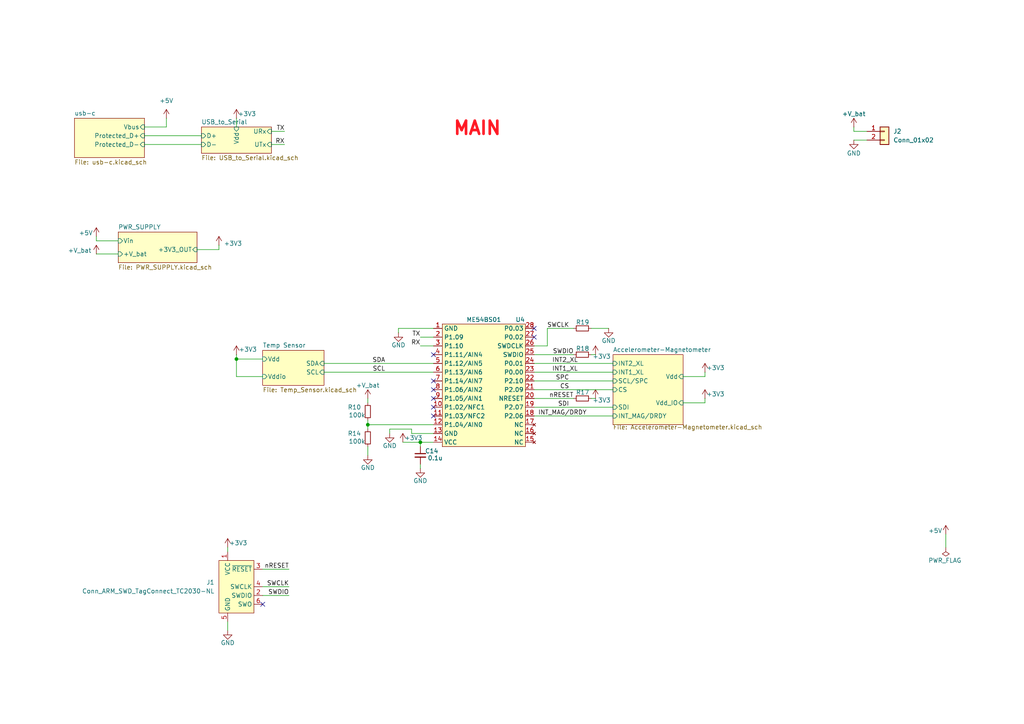
<source format=kicad_sch>
(kicad_sch (version 20250114) (generator "eeschema") (generator_version "9.0")
  (paper "A4")
  (lib_symbols
    (symbol "Connector:Conn_ARM_SWD_TagConnect_TC2030-NL" (in_bom no)
      (property "Reference" "J" (at 2.54 11.43 0))
      (property "Value" "Conn_ARM_SWD_TagConnect_TC2030-NL" (at 2.54 8.89 0))
      (symbol "Conn_ARM_SWD_TagConnect_TC2030-NL_0_0"
        (pin power_in line (at -2.54 10.16 270) (length 2.54) (name "VCC") (number "1"))
        (pin power_in line (at -2.54 -10.16 90) (length 2.54) (name "GND") (number "5"))
        (pin open_collector line (at 7.62 5.08 180) (length 2.54) (name "~{RESET}") (number "3"))
        (pin output line (at 7.62 0 180) (length 2.54) (name "SWCLK") (number "4"))
        (pin bidirectional line (at 7.62 -2.54 180) (length 2.54) (name "SWDIO") (number "2"))
        (pin input line (at 7.62 -5.08 180) (length 2.54) (name "SWO") (number "6"))
      )
      (symbol "Conn_ARM_SWD_TagConnect_TC2030-NL_0_1"
        (rectangle (start -5.08 7.62) (end 5.08 -7.62) (fill (type background)))
      )
    )
    (symbol "Connector_Generic:Conn_01x02" (pin_names (offset 1.016) (hide yes))
      (property "Reference" "J" (at 0 2.54 0))
      (property "Value" "Conn_01x02" (at 0 -5.08 0))
      (symbol "Conn_01x02_1_1"
        (rectangle (start -1.27 1.27) (end 1.27 -3.81) (stroke (width 0.254)) (fill (type background)))
        (rectangle (start -1.27 0.127) (end 0 -0.127) (stroke (width 0.1524)))
        (rectangle (start -1.27 -2.413) (end 0 -2.667) (stroke (width 0.1524)))
        (pin passive line (at -5.08 0 0) (length 3.81) (name "Pin_1") (number "1"))
        (pin passive line (at -5.08 -2.54 0) (length 3.81) (name "Pin_2") (number "2"))
      )
    )
    (symbol "Device:C_Small" (pin_numbers (hide yes)) (pin_names (offset 0.254) (hide yes))
      (property "Reference" "C" (at 0.254 1.778 0))
      (property "Value" "C_Small" (at 0.254 -2.032 0))
      (symbol "C_Small_0_1"
        (polyline (pts (xy -1.524 0.508) (xy 1.524 0.508)) (stroke (width 0.3048)))
        (polyline (pts (xy -1.524 -0.508) (xy 1.524 -0.508)) (stroke (width 0.3302)))
      )
      (symbol "C_Small_1_1"
        (pin passive line (at 0 2.54 270) (length 2.032) (name "~") (number "1"))
        (pin passive line (at 0 -2.54 90) (length 2.032) (name "~") (number "2"))
      )
    )
    (symbol "Device:R_Small" (pin_numbers (hide yes)) (pin_names (offset 0.254) (hide yes))
      (property "Reference" "R" (at 0.762 0.508 0))
      (property "Value" "R_Small" (at 0.762 -1.016 0))
      (symbol "R_Small_0_1"
        (rectangle (start -0.762 1.778) (end 0.762 -1.778) (stroke (width 0.2032)))
      )
      (symbol "R_Small_1_1"
        (pin passive line (at 0 2.54 270) (length 0.762) (name "~") (number "1"))
        (pin passive line (at 0 -2.54 90) (length 0.762) (name "~") (number "2"))
      )
    )
    (symbol "My_Libraries:ME54BS01"
      (property "Reference" "U" (at 11.43 20.32 0))
      (symbol "ME54BS01_1_1"
        (rectangle (start -11.43 19.05) (end 12.7 -16.51) (fill (type background)))
        (pin power_in line (at -13.97 17.78 0) (length 2.54) (name "GND") (number "1"))
        (pin bidirectional line (at -13.97 15.24 0) (length 2.54) (name "P1.09") (number "2"))
        (pin bidirectional line (at -13.97 12.7 0) (length 2.54) (name "P1.10") (number "3"))
        (pin bidirectional line (at -13.97 10.16 0) (length 2.54) (name "P1.11/AIN4") (number "4"))
        (pin bidirectional line (at -13.97 7.62 0) (length 2.54) (name "P1.12/AIN5") (number "5"))
        (pin bidirectional line (at -13.97 5.08 0) (length 2.54) (name "P1.13/AIN6") (number "6"))
        (pin bidirectional line (at -13.97 2.54 0) (length 2.54) (name "P1.14/AIN7") (number "7"))
        (pin bidirectional line (at -13.97 0 0) (length 2.54) (name "P1.06/AIN2") (number "8"))
        (pin bidirectional line (at -13.97 -2.54 0) (length 2.54) (name "P1.05/AIN1") (number "9"))
        (pin bidirectional line (at -13.97 -5.08 0) (length 2.54) (name "P1.02/NFC1") (number "10"))
        (pin bidirectional line (at -13.97 -7.62 0) (length 2.54) (name "P1.03/NFC2") (number "11"))
        (pin bidirectional line (at -13.97 -10.16 0) (length 2.54) (name "P1.04/AIN0") (number "12"))
        (pin power_in line (at -13.97 -12.7 0) (length 2.54) (name "GND") (number "13"))
        (pin power_in line (at -13.97 -15.24 0) (length 2.54) (name "VCC") (number "14"))
        (pin bidirectional line (at 15.24 17.78 180) (length 2.54) (name "P0.03") (number "28"))
        (pin bidirectional line (at 15.24 15.24 180) (length 2.54) (name "P0.02") (number "27"))
        (pin input line (at 15.24 12.7 180) (length 2.54) (name "SWDCLK") (number "26"))
        (pin bidirectional line (at 15.24 10.16 180) (length 2.54) (name "SWDIO") (number "25"))
        (pin bidirectional line (at 15.24 7.62 180) (length 2.54) (name "P0.01") (number "24"))
        (pin bidirectional line (at 15.24 5.08 180) (length 2.54) (name "P0.00") (number "23"))
        (pin bidirectional line (at 15.24 2.54 180) (length 2.54) (name "P2.10") (number "22"))
        (pin bidirectional line (at 15.24 0 180) (length 2.54) (name "P2.09") (number "21"))
        (pin input line (at 15.24 -2.54 180) (length 2.54) (name "NRESET") (number "20"))
        (pin bidirectional line (at 15.24 -5.08 180) (length 2.54) (name "P2.07") (number "19"))
        (pin bidirectional line (at 15.24 -7.62 180) (length 2.54) (name "P2.06") (number "18"))
        (pin no_connect line (at 15.24 -10.16 180) (length 2.54) (name "NC") (number "17"))
        (pin no_connect line (at 15.24 -12.7 180) (length 2.54) (name "NC") (number "16"))
        (pin no_connect line (at 15.24 -15.24 180) (length 2.54) (name "NC") (number "15"))
      )
    )
    (symbol "power:+3V3" (power) (pin_numbers (hide yes)) (pin_names (offset 0) (hide yes))
      (property "Value" "+3V3" (at 0 3.556 0))
      (symbol "+3V3_0_1"
        (polyline (pts (xy -0.762 1.27) (xy 0 2.54)))
        (polyline (pts (xy 0 2.54) (xy 0.762 1.27)))
        (polyline (pts (xy 0 0) (xy 0 2.54)))
      )
      (symbol "+3V3_1_1"
        (pin power_in line (at 0 0 90) (length 0) (name "~") (number "1"))
      )
    )
    (symbol "power:+5V" (power) (pin_numbers (hide yes)) (pin_names (offset 0) (hide yes))
      (property "Value" "+5V" (at 0 3.556 0))
      (symbol "+5V_0_1"
        (polyline (pts (xy -0.762 1.27) (xy 0 2.54)))
        (polyline (pts (xy 0 2.54) (xy 0.762 1.27)))
        (polyline (pts (xy 0 0) (xy 0 2.54)))
      )
      (symbol "+5V_1_1"
        (pin power_in line (at 0 0 90) (length 0) (name "~") (number "1"))
      )
    )
    (symbol "power:GND" (power) (pin_numbers (hide yes)) (pin_names (offset 0) (hide yes))
      (property "Value" "GND" (at 0 -3.81 0))
      (symbol "GND_0_1"
        (polyline (pts (xy 0 0) (xy 0 -1.27) (xy 1.27 -1.27) (xy 0 -2.54) (xy -1.27 -1.27) (xy 0 -1.27)))
      )
      (symbol "GND_1_1"
        (pin power_in line (at 0 0 270) (length 0) (name "~") (number "1"))
      )
    )
    (symbol "power:PWR_FLAG" (power) (pin_numbers (hide yes)) (pin_names (offset 0) (hide yes))
      (property "Value" "PWR_FLAG" (at 0 3.81 0))
      (symbol "PWR_FLAG_0_0"
        (pin power_out line (at 0 0 90) (length 0) (name "~") (number "1"))
      )
      (symbol "PWR_FLAG_0_1"
        (polyline (pts (xy 0 0) (xy 0 1.27) (xy -1.016 1.905) (xy 0 2.54) (xy 1.016 1.905) (xy 0 1.27)))
      )
    )
  )
  (text "MAIN" (at 138.43 37.338 0) (effects (font (size 3.81 3.81) (thickness 0.762) (bold yes))))
  (junction (at 68.58 104.14))
  (junction (at 121.92 128.27))
  (junction (at 106.68 123.19))
  (no_connect (at 76.2 175.26))
  (no_connect (at 125.73 102.87))
  (no_connect (at 125.73 110.49))
  (no_connect (at 154.94 95.25))
  (no_connect (at 125.73 120.65))
  (no_connect (at 154.94 97.79))
  (no_connect (at 125.73 115.57))
  (no_connect (at 125.73 118.11))
  (no_connect (at 125.73 113.03))
  (wire (pts (xy 121.92 129.54) (xy 121.92 128.27)))
  (wire (pts (xy 93.98 105.41) (xy 125.73 105.41)))
  (wire (pts (xy 154.94 105.41) (xy 177.8 105.41)))
  (wire (pts (xy 154.94 113.03) (xy 177.8 113.03)))
  (wire (pts (xy 76.2 165.1) (xy 83.82 165.1)))
  (wire (pts (xy 121.92 134.62) (xy 121.92 135.89)))
  (wire (pts (xy 204.47 115.57) (xy 204.47 116.84)))
  (wire (pts (xy 121.92 128.27) (xy 125.73 128.27)))
  (wire (pts (xy 116.84 128.27) (xy 121.92 128.27)))
  (wire (pts (xy 66.04 180.34) (xy 66.04 182.88)))
  (wire (pts (xy 154.94 107.95) (xy 177.8 107.95)))
  (wire (pts (xy 41.91 39.37) (xy 58.42 39.37)))
  (wire (pts (xy 106.68 123.19) (xy 106.68 124.46)))
  (wire (pts (xy 68.58 34.29) (xy 68.58 36.83)))
  (wire (pts (xy 27.94 69.85) (xy 27.94 68.58)))
  (wire (pts (xy 121.92 97.79) (xy 125.73 97.79)))
  (wire (pts (xy 204.47 109.22) (xy 204.47 107.95)))
  (wire (pts (xy 63.5 72.39) (xy 63.5 71.12)))
  (wire (pts (xy 154.94 115.57) (xy 166.37 115.57)))
  (wire (pts (xy 41.91 41.91) (xy 58.42 41.91)))
  (wire (pts (xy 78.74 41.91) (xy 82.55 41.91)))
  (wire (pts (xy 198.12 109.22) (xy 204.47 109.22)))
  (wire (pts (xy 115.57 95.25) (xy 125.73 95.25)))
  (wire (pts (xy 154.94 120.65) (xy 177.8 120.65)))
  (wire (pts (xy 106.68 123.19) (xy 125.73 123.19)))
  (wire (pts (xy 204.47 116.84) (xy 198.12 116.84)))
  (wire (pts (xy 27.94 73.66) (xy 34.29 73.66)))
  (wire (pts (xy 158.75 95.25) (xy 166.37 95.25)))
  (wire (pts (xy 171.45 95.25) (xy 176.53 95.25)))
  (wire (pts (xy 68.58 102.87) (xy 68.58 104.14)))
  (wire (pts (xy 68.58 104.14) (xy 68.58 109.22)))
  (wire (pts (xy 57.15 72.39) (xy 63.5 72.39)))
  (wire (pts (xy 119.38 125.73) (xy 125.73 125.73)))
  (wire (pts (xy 78.74 38.1) (xy 82.55 38.1)))
  (wire (pts (xy 171.45 115.57) (xy 172.72 115.57)))
  (wire (pts (xy 247.65 36.83) (xy 247.65 38.1)))
  (wire (pts (xy 76.2 172.72) (xy 83.82 172.72)))
  (wire (pts (xy 119.38 124.46) (xy 119.38 125.73)))
  (wire (pts (xy 106.68 121.92) (xy 106.68 123.19)))
  (wire (pts (xy 115.57 95.25) (xy 115.57 96.52)))
  (wire (pts (xy 48.26 36.83) (xy 48.26 34.29)))
  (wire (pts (xy 154.94 110.49) (xy 177.8 110.49)))
  (wire (pts (xy 106.68 115.57) (xy 106.68 116.84)))
  (wire (pts (xy 76.2 109.22) (xy 68.58 109.22)))
  (wire (pts (xy 171.45 102.87) (xy 172.72 102.87)))
  (wire (pts (xy 41.91 36.83) (xy 48.26 36.83)))
  (wire (pts (xy 158.75 100.33) (xy 154.94 100.33)))
  (wire (pts (xy 76.2 170.18) (xy 83.82 170.18)))
  (wire (pts (xy 119.38 124.46) (xy 113.03 124.46)))
  (wire (pts (xy 106.68 129.54) (xy 106.68 132.08)))
  (wire (pts (xy 274.32 154.94) (xy 274.32 158.75)))
  (wire (pts (xy 68.58 104.14) (xy 76.2 104.14)))
  (wire (pts (xy 247.65 38.1) (xy 251.46 38.1)))
  (wire (pts (xy 93.98 107.95) (xy 125.73 107.95)))
  (wire (pts (xy 113.03 124.46) (xy 113.03 125.73)))
  (wire (pts (xy 158.75 95.25) (xy 158.75 100.33)))
  (wire (pts (xy 154.94 102.87) (xy 166.37 102.87)))
  (wire (pts (xy 27.94 69.85) (xy 34.29 69.85)))
  (wire (pts (xy 154.94 118.11) (xy 177.8 118.11)))
  (wire (pts (xy 121.92 100.33) (xy 125.73 100.33)))
  (wire (pts (xy 247.65 40.64) (xy 251.46 40.64)))
  (wire (pts (xy 66.04 158.75) (xy 66.04 160.02)))
  (label "TX" (at 121.92 97.79 180))
  (label "SCL" (at 111.76 107.95 180))
  (label "SDI" (at 165.1 118.11 180))
  (label "RX" (at 82.55 41.91 180))
  (label "RX" (at 121.92 100.33 180))
  (label "INT1_XL" (at 167.64 107.95 180))
  (label "SWDIO" (at 166.37 102.87 180))
  (label "SPC" (at 165.1 110.49 180))
  (label "nRESET" (at 83.82 165.1 180))
  (label "INT_MAG{slash}DRDY" (at 170.18 120.65 180))
  (label "nRESET" (at 166.37 115.57 180))
  (label "CS" (at 165.1 113.03 180))
  (label "SDA" (at 111.76 105.41 180))
  (label "SWCLK" (at 165.1 95.25 180))
  (label "INT2_XL" (at 167.64 105.41 180))
  (label "SWCLK" (at 83.82 170.18 180))
  (label "SWDIO" (at 83.82 172.72 180))
  (label "TX" (at 82.55 38.1 180))
  (symbol (lib_id "power:+5V") (at 27.94 73.66 0) (unit 1)
    (property "Reference" "#PWR026" (effects (hide yes)))
    (property "Value" "+V_bat" (at 23.114 72.644 0))
    (property "Description" "Power symbol creates a global label with name \"+5V\"" (effects (hide yes)))
  )
  (symbol (lib_id "power:PWR_FLAG") (at 274.32 158.75 180) (unit 1)
    (property "Reference" "#FLG02" (effects (hide yes)))
    (property "Value" "PWR_FLAG" (at 274.066 162.56 0))
    (property "Description" "Special symbol for telling ERC where power comes from" (effects (hide yes)))
  )
  (symbol (lib_id "power:+3V3") (at 204.47 115.57 0) (unit 1)
    (property "Reference" "#PWR045" (effects (hide yes)))
    (property "Value" "+3V3" (at 207.518 114.3 0))
    (property "Description" "Power symbol creates a global label with name \"+3V3\"" (effects (hide yes)))
  )
  (symbol (lib_id "power:+5V") (at 48.26 34.29 0) (unit 1)
    (property "Reference" "#PWR030" (effects (hide yes)))
    (property "Value" "+5V" (at 48.26 29.21 0))
    (property "Description" "Power symbol creates a global label with name \"+5V\"" (effects (hide yes)))
  )
  (symbol (lib_id "Device:R_Small") (at 106.68 119.38 0) (unit 1)
    (property "Reference" "R10" (at 100.838 118.11 0) (effects (justify left)))
    (property "Value" "100k" (at 101.092 120.396 0) (effects (justify left)))
    (property "Footprint" "Resistor_SMD:R_0603_1608Metric" (effects (hide yes)))
    (property "Description" "Resistor, small symbol" (effects (hide yes)))
  )
  (symbol (lib_id "power:GND") (at 247.65 40.64 0) (unit 1)
    (property "Reference" "#PWR028" (effects (hide yes)))
    (property "Value" "GND" (at 247.65 44.45 0))
    (property "Description" "Power symbol creates a global label with name \"GND\" , ground" (effects (hide yes)))
  )
  (symbol (lib_id "power:+3V3") (at 68.58 102.87 0) (unit 1)
    (property "Reference" "#PWR054" (effects (hide yes)))
    (property "Value" "+3V3" (at 71.882 101.346 0))
    (property "Description" "Power symbol creates a global label with name \"+3V3\"" (effects (hide yes)))
  )
  (symbol (lib_id "power:GND") (at 115.57 96.52 0) (unit 1)
    (property "Reference" "#PWR01" (effects (hide yes)))
    (property "Value" "GND" (at 115.57 100.076 0))
    (property "Description" "Power symbol creates a global label with name \"GND\" , ground" (effects (hide yes)))
  )
  (symbol (lib_id "power:GND") (at 66.04 182.88 0) (unit 1)
    (property "Reference" "#PWR047" (effects (hide yes)))
    (property "Value" "GND" (at 66.04 186.436 0))
    (property "Description" "Power symbol creates a global label with name \"GND\" , ground" (effects (hide yes)))
  )
  (symbol (lib_id "My_Libraries:ME54BS01") (at 139.7 113.03 0) (unit 1)
    (property "Reference" "U4" (at 150.876 92.71 0))
    (property "Value" "ME54BS01" (at 140.335 92.71 0))
    (property "Footprint" "My_Libraries:ME54BS01" (effects (hide yes)))
  )
  (symbol (lib_id "power:GND") (at 121.92 135.89 0) (unit 1)
    (property "Reference" "#PWR034" (effects (hide yes)))
    (property "Value" "GND" (at 121.92 139.446 0))
    (property "Description" "Power symbol creates a global label with name \"GND\" , ground" (effects (hide yes)))
  )
  (symbol (lib_id "power:+3V3") (at 172.72 115.57 0) (unit 1)
    (property "Reference" "#PWR053" (effects (hide yes)))
    (property "Value" "+3V3" (at 174.498 116.078 0))
    (property "Description" "Power symbol creates a global label with name \"+3V3\"" (effects (hide yes)))
  )
  (symbol (lib_id "Device:C_Small") (at 121.92 132.08 0) (unit 1)
    (property "Reference" "C14" (at 125.222 130.81 0))
    (property "Value" "0.1u" (at 126.238 132.842 0))
    (property "Footprint" "Capacitor_SMD:C_0603_1608Metric" (effects (hide yes)))
    (property "Description" "Unpolarized capacitor, small symbol" (effects (hide yes)))
  )
  (symbol (lib_id "power:+3V3") (at 63.5 71.12 0) (unit 1)
    (property "Reference" "#PWR037" (effects (hide yes)))
    (property "Value" "+3V3" (at 67.564 70.612 0))
    (property "Description" "Power symbol creates a global label with name \"+3V3\"" (effects (hide yes)))
  )
  (symbol (lib_id "power:GND") (at 113.03 125.73 0) (unit 1)
    (property "Reference" "#PWR02" (effects (hide yes)))
    (property "Value" "GND" (at 113.03 129.286 0))
    (property "Description" "Power symbol creates a global label with name \"GND\" , ground" (effects (hide yes)))
  )
  (symbol (lib_id "power:+3V3") (at 116.84 128.27 0) (unit 1)
    (property "Reference" "#PWR038" (effects (hide yes)))
    (property "Value" "+3V3" (at 119.888 127 0))
    (property "Description" "Power symbol creates a global label with name \"+3V3\"" (effects (hide yes)))
  )
  (symbol (lib_id "power:+5V") (at 274.32 154.94 0) (unit 1)
    (property "Reference" "#PWR050" (effects (hide yes)))
    (property "Value" "+5V" (at 271.272 153.924 0))
    (property "Description" "Power symbol creates a global label with name \"+5V\"" (effects (hide yes)))
  )
  (symbol (lib_id "Connector:Conn_ARM_SWD_TagConnect_TC2030-NL") (at 68.58 170.18 0) (unit 1) (in_bom no)
    (property "Reference" "J1" (at 62.23 168.9099 0) (effects (justify right)))
    (property "Value" "Conn_ARM_SWD_TagConnect_TC2030-NL" (at 62.23 171.4499 0) (effects (justify right)))
    (property "Footprint" "Connector:Tag-Connect_TC2030-IDC-NL_2x03_P1.27mm_Vertical" (effects (hide yes)))
    (property "Datasheet" "https://www.tag-connect.com/wp-content/uploads/bsk-pdf-manager/TC2030-CTX_1.pdf" (effects (hide yes)))
    (property "Description" "Tag-Connect ARM Cortex SWD JTAG connector, 6 pin, no legs" (effects (hide yes)))
  )
  (symbol (lib_id "power:+3V3") (at 66.04 158.75 0) (unit 1)
    (property "Reference" "#PWR048" (effects (hide yes)))
    (property "Value" "+3V3" (at 69.088 157.48 0))
    (property "Description" "Power symbol creates a global label with name \"+3V3\"" (effects (hide yes)))
  )
  (symbol (lib_id "power:+5V") (at 106.68 115.57 0) (unit 1)
    (property "Reference" "#PWR052" (effects (hide yes)))
    (property "Value" "+V_bat" (at 106.68 111.76 0))
    (property "Description" "Power symbol creates a global label with name \"+5V\"" (effects (hide yes)))
  )
  (symbol (lib_id "Device:R_Small") (at 168.91 115.57 90) (unit 1)
    (property "Reference" "R17" (at 170.942 113.792 90) (effects (justify left)))
    (property "Value" "10k" (effects (hide yes)))
    (property "Footprint" "Resistor_SMD:R_0603_1608Metric" (effects (hide yes)))
    (property "Description" "Resistor, small symbol" (effects (hide yes)))
  )
  (symbol (lib_id "Device:R_Small") (at 168.91 102.87 90) (unit 1)
    (property "Reference" "R18" (at 170.942 101.092 90) (effects (justify left)))
    (property "Value" "10k" (effects (hide yes)))
    (property "Footprint" "Resistor_SMD:R_0603_1608Metric" (effects (hide yes)))
    (property "Description" "Resistor, small symbol" (effects (hide yes)))
  )
  (symbol (lib_id "power:+3V3") (at 172.72 102.87 0) (unit 1)
    (property "Reference" "#PWR055" (effects (hide yes)))
    (property "Value" "+3V3" (at 174.498 103.378 0))
    (property "Description" "Power symbol creates a global label with name \"+3V3\"" (effects (hide yes)))
  )
  (symbol (lib_id "power:+5V") (at 247.65 36.83 0) (unit 1)
    (property "Reference" "#PWR027" (effects (hide yes)))
    (property "Value" "+V_bat" (at 247.65 33.02 0))
    (property "Description" "Power symbol creates a global label with name \"+5V\"" (effects (hide yes)))
  )
  (symbol (lib_id "Device:R_Small") (at 106.68 127 0) (unit 1)
    (property "Reference" "R14" (at 100.838 125.73 0) (effects (justify left)))
    (property "Value" "100k" (at 101.092 128.016 0) (effects (justify left)))
    (property "Footprint" "Resistor_SMD:R_0603_1608Metric" (effects (hide yes)))
    (property "Description" "Resistor, small symbol" (effects (hide yes)))
  )
  (symbol (lib_id "power:+3V3") (at 204.47 107.95 0) (unit 1)
    (property "Reference" "#PWR044" (effects (hide yes)))
    (property "Value" "+3V3" (at 207.518 106.68 0))
    (property "Description" "Power symbol creates a global label with name \"+3V3\"" (effects (hide yes)))
  )
  (symbol (lib_id "Connector_Generic:Conn_01x02") (at 256.54 38.1 0) (unit 1)
    (property "Reference" "J2" (at 259.08 38.0999 0) (effects (justify left)))
    (property "Value" "Conn_01x02" (at 259.08 40.6399 0) (effects (justify left)))
    (property "Footprint" "Connector_PinHeader_1.27mm:PinHeader_1x02_P1.27mm_Vertical" (effects (hide yes)))
    (property "Description" "Generic connector, single row, 01x02, script generated (kicad-library-utils/schlib/autogen/connector/)" (effects (hide yes)))
  )
  (symbol (lib_id "power:GND") (at 106.68 132.08 0) (unit 1)
    (property "Reference" "#PWR051" (effects (hide yes)))
    (property "Value" "GND" (at 106.68 135.636 0))
    (property "Description" "Power symbol creates a global label with name \"GND\" , ground" (effects (hide yes)))
  )
  (symbol (lib_id "Device:R_Small") (at 168.91 95.25 90) (unit 1)
    (property "Reference" "R19" (at 170.942 93.472 90) (effects (justify left)))
    (property "Value" "10k" (effects (hide yes)))
    (property "Footprint" "Resistor_SMD:R_0603_1608Metric" (effects (hide yes)))
    (property "Description" "Resistor, small symbol" (effects (hide yes)))
  )
  (symbol (lib_id "power:+3V3") (at 68.58 34.29 0) (unit 1)
    (property "Reference" "#PWR041" (effects (hide yes)))
    (property "Value" "+3V3" (at 71.628 33.02 0))
    (property "Description" "Power symbol creates a global label with name \"+3V3\"" (effects (hide yes)))
  )
  (symbol (lib_id "power:GND") (at 176.53 95.25 0) (unit 1)
    (property "Reference" "#PWR024" (effects (hide yes)))
    (property "Value" "GND" (at 176.53 98.806 0))
    (property "Description" "Power symbol creates a global label with name \"GND\" , ground" (effects (hide yes)))
  )
  (symbol (lib_id "power:+5V") (at 27.94 68.58 0) (unit 1)
    (property "Reference" "#PWR025" (effects (hide yes)))
    (property "Value" "+5V" (at 24.892 67.564 0))
    (property "Description" "Power symbol creates a global label with name \"+5V\"" (effects (hide yes)))
  )
  (sheet (at 34.29 67.31) (size 22.86 8.89) (stroke (width 0.1524)) (fill (color 255 255 194 0.9000))
    (property "Sheetname" "PWR_SUPPLY" (at 34.29 66.5984 0) (effects (justify left bottom)))
    (property "Sheetfile" "PWR_SUPPLY.kicad_sch" (at 34.29 76.7846 0) (effects (justify left top)))
    (pin "+V_bat" input (at 34.29 73.66 180))
    (pin "Vin" input (at 34.29 69.85 180))
    (pin "+3V3_OUT" input (at 57.15 72.39 0))
  )
  (sheet (at 58.42 36.83) (size 20.32 7.62) (stroke (width 0.1524)) (fill (color 255 255 194 0.9020))
    (property "Sheetname" "USB_to_Serial" (at 58.42 36.1184 0) (effects (justify left bottom)))
    (property "Sheetfile" "USB_to_Serial.kicad_sch" (at 58.42 45.0346 0) (effects (justify left top)))
    (pin "D+" input (at 58.42 39.37 180))
    (pin "D-" input (at 58.42 41.91 180))
    (pin "URx" input (at 78.74 38.1 0))
    (pin "UTx" input (at 78.74 41.91 0))
    (pin "Vdd" input (at 68.58 36.83 90))
  )
  (sheet (at 21.59 34.29) (size 20.32 11.43) (stroke (width 0.1524)) (fill (color 255 255 194 0.9020))
    (property "Sheetname" "usb-c" (at 21.59 33.5784 0) (effects (justify left bottom)))
    (property "Sheetfile" "usb-c.kicad_sch" (at 21.59 46.3046 0) (effects (justify left top)))
    (pin "Protected_D+" input (at 41.91 39.37 0))
    (pin "Protected_D-" input (at 41.91 41.91 0))
    (pin "Vbus" input (at 41.91 36.83 0))
  )
  (sheet (at 177.8 102.87) (size 20.32 20.32) (stroke (width 0.1524)) (fill (color 255 255 194 1.0000))
    (property "Sheetname" "Accelerometer-Magnetometer" (at 177.8 102.1584 0) (effects (justify left bottom)))
    (property "Sheetfile" "Accelerometer-Magnetometer.kicad_sch" (at 177.8 123.1396 0) (effects (justify left top)))
    (pin "CS" input (at 177.8 113.03 180))
    (pin "INT1_XL" input (at 177.8 107.95 180))
    (pin "INT2_XL" input (at 177.8 105.41 180))
    (pin "INT_MAG{slash}DRDY" input (at 177.8 120.65 180))
    (pin "SCL{slash}SPC" input (at 177.8 110.49 180))
    (pin "SDI" input (at 177.8 118.11 180))
    (pin "Vdd" input (at 198.12 109.22 0))
    (pin "Vdd_IO" input (at 198.12 116.84 0))
  )
  (sheet (at 76.2 101.6) (size 17.78 10.16) (stroke (width 0.1524)) (fill (color 255 255 194 1.0000))
    (property "Sheetname" "Temp Sensor" (at 76.2 100.8884 0) (effects (justify left bottom)))
    (property "Sheetfile" "Temp_Sensor.kicad_sch" (at 76.2 112.3446 0) (effects (justify left top)))
    (pin "SCL" input (at 93.98 107.95 0))
    (pin "SDA" input (at 93.98 105.41 0))
    (pin "Vdd" input (at 76.2 104.14 180))
    (pin "Vddio" input (at 76.2 109.22 180))
  )
)
</source>
